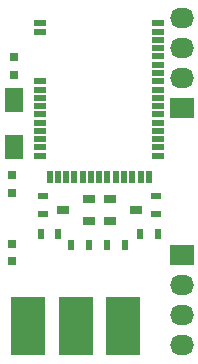
<source format=gts>
%FSLAX46Y46*%
G04 Gerber Fmt 4.6, Leading zero omitted, Abs format (unit mm)*
G04 Created by KiCad (PCBNEW (2014-10-22 BZR 5216)-product) date Thu 04 Jun 2015 03:27:15 PM EDT*
%MOMM*%
G01*
G04 APERTURE LIST*
%ADD10C,0.100000*%
%ADD11R,0.750000X0.800000*%
%ADD12R,0.500000X0.900000*%
%ADD13R,3.000000X5.000000*%
%ADD14R,2.032000X1.727200*%
%ADD15O,2.032000X1.727200*%
%ADD16R,1.000760X0.800100*%
%ADD17R,0.900000X0.500000*%
%ADD18R,0.500000X1.100000*%
%ADD19R,1.100000X0.500000*%
%ADD20R,1.600000X2.000000*%
G04 APERTURE END LIST*
D10*
D11*
X164000000Y-110750000D03*
X164000000Y-109250000D03*
X164200000Y-94950000D03*
X164200000Y-93450000D03*
X164000000Y-103450000D03*
X164000000Y-104950000D03*
D12*
X169050000Y-109400000D03*
X170550000Y-109400000D03*
D13*
X169400000Y-116200000D03*
X165400000Y-116200000D03*
X173400000Y-116200000D03*
D14*
X178400000Y-97800000D03*
D15*
X178400000Y-95260000D03*
X178400000Y-92720000D03*
X178400000Y-90180000D03*
D16*
X174499820Y-106400000D03*
X172300180Y-107352500D03*
X172300180Y-105447500D03*
X168300180Y-106400000D03*
X170499820Y-105447500D03*
X170499820Y-107352500D03*
D12*
X172050000Y-109400000D03*
X173550000Y-109400000D03*
D17*
X166600000Y-106750000D03*
X166600000Y-105250000D03*
D12*
X166450000Y-108400000D03*
X167950000Y-108400000D03*
D17*
X176200000Y-106750000D03*
X176200000Y-105250000D03*
D12*
X176350000Y-108400000D03*
X174850000Y-108400000D03*
D18*
X167200000Y-103600000D03*
X167900000Y-103600000D03*
X168600000Y-103600000D03*
X169300000Y-103600000D03*
X170000000Y-103600000D03*
X170700000Y-103600000D03*
X171400000Y-103600000D03*
X172100000Y-103600000D03*
X172800000Y-103600000D03*
X173500000Y-103600000D03*
X174200000Y-103600000D03*
X174900000Y-103600000D03*
X175600000Y-103600000D03*
D19*
X166400000Y-90600000D03*
X166400000Y-91300000D03*
X176400000Y-101800000D03*
X176400000Y-101100000D03*
X176400000Y-100400000D03*
X176400000Y-99700000D03*
X176400000Y-99000000D03*
X176400000Y-98300000D03*
X176400000Y-97600000D03*
X176400000Y-96900000D03*
X176400000Y-96200000D03*
X176400000Y-95500000D03*
X176400000Y-94800000D03*
X176400000Y-94100000D03*
X176400000Y-93400000D03*
X176400000Y-92700000D03*
X176400000Y-92000000D03*
X176400000Y-91300000D03*
X176400000Y-90600000D03*
X166400000Y-95500000D03*
X166400000Y-96200000D03*
X166400000Y-96900000D03*
X166400000Y-97600000D03*
X166400000Y-98300000D03*
X166400000Y-99000000D03*
X166400000Y-99700000D03*
X166400000Y-100400000D03*
X166400000Y-101100000D03*
X166400000Y-101800000D03*
D14*
X178400000Y-110200000D03*
D15*
X178400000Y-112740000D03*
X178400000Y-115280000D03*
X178400000Y-117820000D03*
D20*
X164200000Y-97100000D03*
X164200000Y-101100000D03*
M02*

</source>
